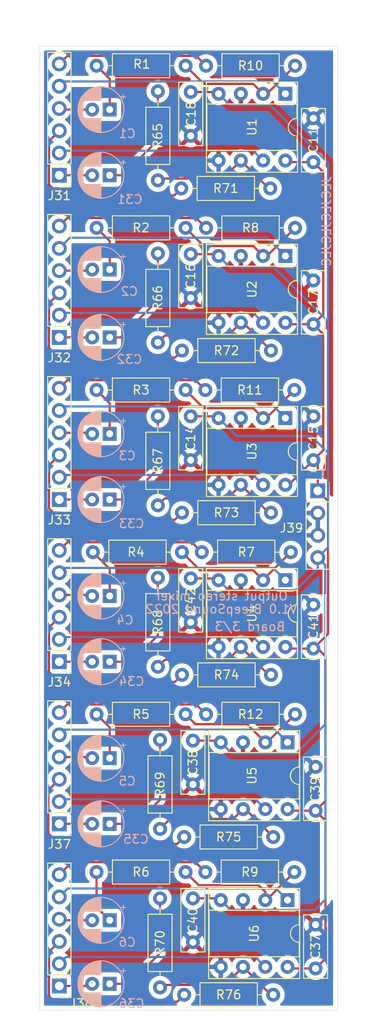
<source format=kicad_pcb>
(kicad_pcb (version 20211014) (generator pcbnew)
  (layers (0 "F.Cu" signal) (31 "B.Cu" signal) (34 "B.Paste" user) (35 "F.Paste" user) (36 "B.SilkS" user "B.Silkscreen") (37 "F.SilkS" user "F.Silkscreen") (38 "B.Mask" user) (39 "F.Mask" user) (44 "Edge.Cuts" user))
  (net 0 "")
  (net 1 "+12V")
  (net 2 "-12V")
  (net 3 "Right1_In")
  (net 4 "Net-(C31-Pad1)")
  (net 5 "Right2_In")
  (net 6 "Right3_In")
  (net 7 "Right4_In")
  (net 8 "Right5_In")
  (net 9 "Right6_In")
  (net 10 "Left1_In")
  (net 11 "Net-(C32-Pad1)")
  (net 12 "Left2_In")
  (net 13 "Net-(C33-Pad1)")
  (net 14 "Left3_In")
  (net 15 "Net-(C34-Pad1)")
  (net 16 "Left4_In")
  (net 17 "Net-(C35-Pad1)")
  (net 18 "Left5_In")
  (net 19 "Net-(C36-Pad1)")
  (net 20 "Left6_In")
  (net 21 "Left1_GOut")
  (net 22 "Right1_Out")
  (net 23 "Right1_GOut")
  (net 24 "Left2_GOut")
  (net 25 "Net-(C1-Pad1)")
  (net 26 "Right2_Out")
  (net 27 "Net-(C2-Pad1)")
  (net 28 "Net-(C3-Pad1)")
  (net 29 "Net-(C4-Pad1)")
  (net 30 "Right2_GOut")
  (net 31 "Left3_GOut")
  (net 32 "Right3_Out")
  (net 33 "Right3_GOut")
  (net 34 "Left4_GOut")
  (net 35 "Right4_Out")
  (net 36 "Net-(C5-Pad1)")
  (net 37 "Right4_GOut")
  (net 38 "Net-(C6-Pad1)")
  (net 39 "Left5_GOut")
  (net 40 "Left1_Out")
  (net 41 "Right5_Out")
  (net 42 "Left2_Out")
  (net 43 "Right5_GOut")
  (net 44 "Left3_Out")
  (net 45 "Left6_GOut")
  (net 46 "Net-(R11-Pad2)")
  (net 47 "Left4_Out")
  (net 48 "Right6_Out")
  (net 49 "Left5_Out")
  (net 50 "Right6_GOut")
  (net 51 "Left6_Out")
  (net 52 "Net-(R1-Pad1)")
  (net 53 "GND")
  (net 54 "Net-(R12-Pad2)")
  (net 55 "Net-(R2-Pad1)")
  (net 56 "Net-(R65-Pad1)")
  (net 57 "Net-(R66-Pad1)")
  (net 58 "Net-(R67-Pad1)")
  (net 59 "Net-(R68-Pad1)")
  (net 60 "Net-(R4-Pad1)")
  (net 61 "Net-(R69-Pad1)")
  (net 62 "Net-(R6-Pad1)")
  (net 63 "Net-(R70-Pad1)")
  (footprint "Capacitor_THT:C_Disc_D7.0mm_W2.5mm_P5.00mm" (layer "F.Cu") (at 121.425 86.575 90)
    (fp_text reference "C14")
    (fp_text value "100nF")
  )
  (footprint "Resistor_THT:R_Axial_DIN0207_L6.3mm_D2.5mm_P10.16mm_Horizontal" (layer "F.Cu") (at 120.835 133.575 180)
    (fp_text reference "R6")
    (fp_text value "100k")
  )
  (footprint "Resistor_THT:R_Axial_DIN0207_L6.3mm_D2.5mm_P10.16mm_Horizontal" (layer "F.Cu") (at 117.675 54.655 90)
    (fp_text reference "R65")
    (fp_text value "10k")
  )
  (footprint "Connector_PinHeader_2.54mm:PinHeader_1x06_P2.54mm_Vertical" (layer "F.Cu") (at 106.425 109.575 180)
    (fp_text reference "J34")
    (fp_text value "Conn_01x06_Male")
  )
  (footprint "Capacitor_THT:C_Disc_D7.0mm_W2.5mm_P5.00mm" (layer "F.Cu") (at 135.425 52.575 90)
    (fp_text reference "C11")
    (fp_text value "100nF")
  )
  (footprint "Resistor_THT:R_Axial_DIN0207_L6.3mm_D2.5mm_P10.16mm_Horizontal" (layer "F.Cu") (at 120.345 55.575)
    (fp_text reference "R71")
    (fp_text value "1k")
  )
  (footprint "Capacitor_THT:C_Disc_D7.0mm_W2.5mm_P5.00mm" (layer "F.Cu") (at 135.425 108.075 90)
    (fp_text reference "C41")
    (fp_text value "100nF")
  )
  (footprint "Resistor_THT:R_Axial_DIN0207_L6.3mm_D2.5mm_P10.16mm_Horizontal" (layer "F.Cu") (at 120.835 78.575 180)
    (fp_text reference "R3")
    (fp_text value "100k")
  )
  (footprint "Resistor_THT:R_Axial_DIN0207_L6.3mm_D2.5mm_P10.16mm_Horizontal" (layer "F.Cu") (at 120.425 111.075)
    (fp_text reference "R74")
    (fp_text value "1k")
  )
  (footprint "Resistor_THT:R_Axial_DIN0207_L6.3mm_D2.5mm_P10.16mm_Horizontal" (layer "F.Cu") (at 120.835 115.575 180)
    (fp_text reference "R5")
    (fp_text value "100k")
  )
  (footprint "Connector_PinHeader_2.54mm:PinHeader_1x06_P2.54mm_Vertical" (layer "F.Cu") (at 106.425 146.575 180)
    (fp_text reference "J38")
    (fp_text value "Conn_01x06_Male")
  )
  (footprint "Capacitor_THT:C_Disc_D7.0mm_W2.5mm_P5.00mm" (layer "F.Cu") (at 121.425 49.575 90)
    (fp_text reference "C18")
    (fp_text value "100nF")
  )
  (footprint "Resistor_THT:R_Axial_DIN0207_L6.3mm_D2.5mm_P10.16mm_Horizontal" (layer "F.Cu") (at 117.675 110.155 90)
    (fp_text reference "R68")
    (fp_text value "10k")
  )
  (footprint "Capacitor_THT:C_Disc_D7.0mm_W2.5mm_P5.00mm" (layer "F.Cu") (at 121.675 118.575 -90)
    (fp_text reference "C38")
    (fp_text value "100nF")
  )
  (footprint "Capacitor_THT:C_Disc_D7.0mm_W2.5mm_P5.00mm" (layer "F.Cu") (at 135.675 144.575 90)
    (fp_text reference "C37")
    (fp_text value "100nF")
  )
  (footprint "Resistor_THT:R_Axial_DIN0207_L6.3mm_D2.5mm_P10.16mm_Horizontal" (layer "F.Cu") (at 117.925 146.735 90)
    (fp_text reference "R70")
    (fp_text value "10k")
  )
  (footprint "Resistor_THT:R_Axial_DIN0207_L6.3mm_D2.5mm_P10.16mm_Horizontal" (layer "F.Cu") (at 120.425 92.575)
    (fp_text reference "R73")
    (fp_text value "1k")
  )
  (footprint "Package_DIP:DIP-8_W7.62mm_Socket" (layer "F.Cu") (at 132.225 81.775 -90)
    (fp_text reference "U3")
    (fp_text value "TL072")
  )
  (footprint "Resistor_THT:R_Axial_DIN0207_L6.3mm_D2.5mm_P10.16mm_Horizontal" (layer "F.Cu") (at 120.675 147.575)
    (fp_text reference "R76")
    (fp_text value "1k")
  )
  (footprint "Package_DIP:DIP-8_W7.62mm_Socket" (layer "F.Cu") (at 132.225 100.275 -90)
    (fp_text reference "U4")
    (fp_text value "TL072")
  )
  (footprint "Resistor_THT:R_Axial_DIN0207_L6.3mm_D2.5mm_P10.16mm_Horizontal" (layer "F.Cu") (at 120.835 41.575 180)
    (fp_text reference "R1")
    (fp_text value "10k")
  )
  (footprint "Capacitor_THT:C_Disc_D7.0mm_W2.5mm_P5.00mm" (layer "F.Cu") (at 135.425 86.575 90)
    (fp_text reference "C15")
    (fp_text value "100nF")
  )
  (footprint "Resistor_THT:R_Axial_DIN0207_L6.3mm_D2.5mm_P10.16mm_Horizontal" (layer "F.Cu") (at 123.175 115.575)
    (fp_text reference "R12")
    (fp_text value "10k")
  )
  (footprint "Resistor_THT:R_Axial_DIN0207_L6.3mm_D2.5mm_P10.16mm_Horizontal" (layer "F.Cu") (at 123.175 60.075)
    (fp_text reference "R8")
    (fp_text value "10k")
  )
  (footprint "Resistor_THT:R_Axial_DIN0207_L6.3mm_D2.5mm_P10.16mm_Horizontal" (layer "F.Cu") (at 117.675 73.155 90)
    (fp_text reference "R66")
    (fp_text value "10k")
  )
  (footprint "Connector_PinHeader_2.54mm:PinHeader_1x04_P2.54mm_Vertical" (layer "F.Cu") (at 135.925 90.075)
    (fp_text reference "J39")
    (fp_text value "Conn_01x04_Male")
  )
  (footprint "Resistor_THT:R_Axial_DIN0207_L6.3mm_D2.5mm_P10.16mm_Horizontal" (layer "F.Cu") (at 117.925 128.655 90)
    (fp_text reference "R69")
    (fp_text value "10k")
  )
  (footprint "Resistor_THT:R_Axial_DIN0207_L6.3mm_D2.5mm_P10.16mm_Horizontal" (layer "F.Cu") (at 123.095 78.575)
    (fp_text reference "R11")
    (fp_text value "10k")
  )
  (footprint "Resistor_THT:R_Axial_DIN0207_L6.3mm_D2.5mm_P10.16mm_Horizontal" (layer "F.Cu") (at 120.425 74.075)
    (fp_text reference "R72")
    (fp_text value "1k")
  )
  (footprint "Resistor_THT:R_Axial_DIN0207_L6.3mm_D2.5mm_P10.16mm_Horizontal" (layer "F.Cu") (at 123.095 133.575)
    (fp_text reference "R9")
    (fp_text value "10k")
  )
  (footprint "Resistor_THT:R_Axial_DIN0207_L6.3mm_D2.5mm_P10.16mm_Horizontal" (layer "F.Cu") (at 120.675 129.575)
    (fp_text reference "R75")
    (fp_text value "1k")
  )
  (footprint "Resistor_THT:R_Axial_DIN0207_L6.3mm_D2.5mm_P10.16mm_Horizontal" (layer "F.Cu") (at 122.685 97.075)
    (fp_text reference "R7")
    (fp_text value "10k")
  )
  (footprint "Connector_PinHeader_2.54mm:PinHeader_1x06_P2.54mm_Vertical" (layer "F.Cu") (at 106.425 72.575 180)
    (fp_text reference "J32")
    (fp_text value "Conn_01x06_Male")
  )
  (footprint "Capacitor_THT:C_Disc_D7.0mm_W2.5mm_P5.00mm" (layer "F.Cu") (at 121.425 100.075 -90)
    (fp_text reference "C42")
    (fp_text value "100nF")
  )
  (footprint "Capacitor_THT:C_Disc_D7.0mm_W2.5mm_P5.00mm" (layer "F.Cu") (at 135.425 71.075 90)
    (fp_text reference "C17")
    (fp_text value "100nF")
  )
  (footprint "Capacitor_THT:C_Disc_D7.0mm_W2.5mm_P5.00mm" (layer "F.Cu") (at 121.675 136.575 -90)
    (fp_text reference "C40")
    (fp_text value "100nF")
  )
  (footprint "Connector_PinHeader_2.54mm:PinHeader_1x06_P2.54mm_Vertical" (layer "F.Cu") (at 106.425 128.075 180)
    (fp_text reference "J37")
    (fp_text value "Conn_01x06_Male")
  )
  (footprint "Resistor_THT:R_Axial_DIN0207_L6.3mm_D2.5mm_P10.16mm_Horizontal" (layer "F.Cu") (at 120.425 97.075 180)
    (fp_text reference "R4")
    (fp_text value "100k")
  )
  (footprint "Resistor_THT:R_Axial_DIN0207_L6.3mm_D2.5mm_P10.16mm_Horizontal" (layer "F.Cu") (at 117.675 91.735 90)
    (fp_text reference "R67")
    (fp_text value "10k")
  )
  (footprint "Resistor_THT:R_Axial_DIN0207_L6.3mm_D2.5mm_P10.16mm_Horizontal" (layer "F.Cu") (at 123.175 41.575)
    (fp_text reference "R10")
    (fp_text value "1k")
  )
  (footprint "Package_DIP:DIP-8_W7.62mm_Socket" (layer "F.Cu") (at 132.225 63.275 -90)
    (fp_text reference "U2")
    (fp_text value "TL072")
  )
  (footprint "Package_DIP:DIP-8_W7.62mm_Socket" (layer "F.Cu") (at 132.475 118.775 -90)
    (fp_text reference "U5")
    (fp_text value "TL072")
  )
  (footprint "Resistor_THT:R_Axial_DIN0207_L6.3mm_D2.5mm_P10.16mm_Horizontal" (layer "F.Cu") (at 120.835 60.075 180)
    (fp_text reference "R2")
    (fp_text value "100k")
  )
  (footprint "Capacitor_THT:C_Disc_D7.0mm_W2.5mm_P5.00mm" (layer "F.Cu") (at 135.675 126.575 90)
    (fp_text reference "C39")
    (fp_text value "100nF")
  )
  (footprint "Connector_PinHeader_2.54mm:PinHeader_1x06_P2.54mm_Vertical" (layer "F.Cu") (at 106.425 91.075 180)
    (fp_text reference "J33")
    (fp_text value "Conn_01x06_Male")
  )
  (footprint "Capacitor_THT:C_Disc_D7.0mm_W2.5mm_P5.00mm" (layer "F.Cu") (at 121.425 68.075 90)
    (fp_text reference "C16")
    (fp_text value "100nF")
  )
  (footprint "Package_DIP:DIP-8_W7.62mm_Socket" (layer "F.Cu") (at 132.475 136.775 -90)
    (fp_text reference "U6")
    (fp_text value "TL072")
  )
  (footprint "Connector_PinHeader_2.54mm:PinHeader_1x06_P2.54mm_Vertical" (layer "F.Cu") (at 106.425 54.075 180)
    (fp_text reference "J31")
    (fp_text value "Conn_01x06_Male")
  )
  (footprint "Package_DIP:DIP-8_W7.62mm_Socket" (layer "F.Cu") (at 132.225 44.775 -90)
    (fp_text reference "U1")
    (fp_text value "TL072")
  )
  (footprint "Capacitor_THT:CP_Radial_D5.0mm_P2.00mm" (layer "B.Cu") (at 112.175 109.575 180)
    (fp_text reference "C34")
    (fp_text value ".1µF")
  )
  (footprint "Capacitor_THT:CP_Radial_D5.0mm_P2.00mm" (layer "B.Cu") (at 112.175 102.075 180)
    (fp_text reference "C4")
    (fp_text value ".1µF")
  )
  (footprint "Capacitor_THT:CP_Radial_D5.0mm_P2.00mm" (layer "B.Cu") (at 112.175 139.075 180)
    (fp_text reference "C6")
    (fp_text value ".1µF")
  )
  (footprint "Capacitor_THT:CP_Radial_D5.0mm_P2.00mm" (layer "B.Cu") (at 112.175 91.075 180)
    (fp_text reference "C33")
    (fp_text value ".1µF")
  )
  (footprint "Capacitor_THT:CP_Radial_D5.0mm_P2.00mm" (layer "B.Cu") (at 112.175 120.575 180)
    (fp_text reference "C5")
    (fp_text value ".1µF")
  )
  (footprint "Capacitor_THT:CP_Radial_D5.0mm_P2.00mm" (layer "B.Cu") (at 112.175 128.075 180)
    (fp_text reference "C35")
    (fp_text value ".1µF")
  )
  (footprint "Capacitor_THT:CP_Radial_D5.0mm_P2.00mm" (layer "B.Cu") (at 112.175 64.825 180)
    (fp_text reference "C2")
    (fp_text value ".1µF")
  )
  (footprint "Capacitor_THT:CP_Radial_D5.0mm_P2.00mm" (layer "B.Cu") (at 112.175 54.075 180)
    (fp_text reference "C31")
    (fp_text value ".1µF")
  )
  (footprint "Capacitor_THT:CP_Radial_D5.0mm_P2.00mm" (layer "B.Cu") (at 112.175 72.575 180)
    (fp_text reference "C32")
    (fp_text value ".1µF")
  )
  (footprint "Capacitor_THT:CP_Radial_D5.0mm_P2.00mm" (layer "B.Cu") (at 112.175 46.575 180)
    (fp_text reference "C1")
    (fp_text value ".1µF")
  )
  (footprint "Capacitor_THT:CP_Radial_D5.0mm_P2.00mm" (layer "B.Cu") (at 112.175 83.575 180)
    (fp_text reference "C3")
    (fp_text value ".1µF")
  )
  (footprint "Capacitor_THT:CP_Radial_D5.0mm_P2.00mm" (layer "B.Cu") (at 112.175 146.325 180)
    (fp_text reference "C36")
    (fp_text value ".1µF")
  )
  (gr_line (start 104.175 39.325) (end 138.175 39.325) (layer "Edge.Cuts") (width 0.05))
  (gr_line (start 138.175 149.325) (end 104.175 149.325) (layer "Edge.Cuts") (width 0.05))
  (gr_line (start 104.175 39.325) (end 104.175 149.325) (layer "Edge.Cuts") (width 0.05))
  (gr_line (start 138.175 39.325) (end 138.175 149.325) (layer "Edge.Cuts") (width 0.05))
  (gr_text "V1.0 BleepSound 2022\n" (at 124.925 103.575) (layer "B.SilkS") (effects (font (size 1 1)) (justify mirror)))
  (gr_text "JLCJLCJLCJLC\n" (at 136.925 59.325 90) (layer "B.SilkS") (effects (font (size 1 1)) (justify mirror)))
  (gr_text "Output stereo mixer" (at 124.925 102.075) (layer "B.SilkS") (effects (font (size 1 1)) (justify mirror)))
  (gr_text "Board 3/3" (at 128.175 105.575) (layer "B.SilkS") (effects (font (size 1 1)) (justify mirror)))
  (segment (start 136.549511 72.199511) (end 135.425 71.075) (width 0.25) (layer "F.Cu") (net 1))
  (segment (start 136.799511 143.450489) (end 136.799511 127.699511) (width 0.25) (layer "F.Cu") (net 1))
  (segment (start 135.425 52.575) (end 132.405 52.575) (width 0.25) (layer "F.Cu") (net 1))
  (segment (start 132.405 108.075) (end 132.225 107.895) (width 0.25) (layer "F.Cu") (net 1))
  (segment (start 135.425 86.575) (end 136.549511 85.450489) (width 0.25) (layer "F.Cu") (net 1))
  (segment (start 135.925 87.075) (end 135.425 86.575) (width 0.25) (layer "F.Cu") (net 1))
  (segment (start 135.925 108.075) (end 135.425 108.075) (width 0.25) (layer "F.Cu") (net 1))
  (segment (start 132.605 89.395) (end 132.225 89.395) (width 0.25) (layer "F.Cu") (net 1))
  (segment (start 136.799511 127.699511) (end 135.675 126.575) (width 0.25) (layer "F.Cu") (net 1))
  (segment (start 136.549511 85.450489) (end 136.549511 72.199511) (width 0.25) (layer "F.Cu") (net 1))
  (segment (start 132.405 52.575) (end 132.225 52.395) (width 0.25) (layer "F.Cu") (net 1))
  (segment (start 135.425 86.575) (end 132.605 89.395) (width 0.25) (layer "F.Cu") (net 1))
  (segment (start 136.549511 69.950489) (end 136.549511 53.699511) (width 0.25) (layer "F.Cu") (net 1))
  (segment (start 132.655 126.575) (end 132.475 126.395) (width 0.25) (layer "F.Cu") (net 1))
  (segment (start 136.799511 108.949511) (end 135.925 108.075) (width 0.25) (layer "F.Cu") (net 1))
  (segment (start 132.655 144.575) (end 132.475 144.395) (width 0.25) (layer "F.Cu") (net 1))
  (segment (start 135.675 126.575) (end 132.655 126.575) (width 0.25) (layer "F.Cu") (net 1))
  (segment (start 135.425 71.075) (end 132.405 71.075) (width 0.25) (layer "F.Cu") (net 1))
  (segment (start 135.675 144.575) (end 132.655 144.575) (width 0.25) (layer "F.Cu") (net 1))
  (segment (start 135.425 71.075) (end 136.549511 69.950489) (width 0.25) (layer "F.Cu") (net 1))
  (segment (start 135.675 126.575) (end 136.799511 125.450489) (width 0.25) (layer "F.Cu") (net 1))
  (segment (start 136.799511 125.450489) (end 136.799511 108.949511) (width 0.25) (layer "F.Cu") (net 1))
  (segment (start 135.425 108.075) (end 132.405 108.075) (width 0.25) (layer "F.Cu") (net 1))
  (segment (start 135.925 90.075) (end 135.925 87.075) (width 0.25) (layer "F.Cu") (net 1))
  (segment (start 136.549511 53.699511) (end 135.425 52.575) (width 0.25) (layer "F.Cu") (net 1))
  (segment (start 137.099511 91.249511) (end 135.925 90.075) (width 0.25) (layer "F.Cu") (net 1))
  (segment (start 132.405 71.075) (end 132.225 70.895) (width 0.25) (layer "F.Cu") (net 1))
  (segment (start 135.675 144.575) (end 136.799511 143.450489) (width 0.25) (layer "F.Cu") (net 1))
  (segment (start 135.425 108.075) (end 137.099511 106.400489) (width 0.25) (layer "F.Cu") (net 1))
  (segment (start 137.099511 106.400489) (end 137.099511 91.249511) (width 0.25) (layer "F.Cu") (net 1))
  (segment (start 121.425 63.075) (end 124.405 63.075) (width 0.25) (layer "F.Cu") (net 2))
  (segment (start 124.405 81.575) (end 124.605 81.775) (width 0.25) (layer "F.Cu") (net 2))
  (segment (start 124.655 118.575) (end 124.855 118.775) (width 0.25) (layer "F.Cu") (net 2))
  (segment (start 121.425 81.575) (end 124.405 81.575) (width 0.25) (layer "F.Cu") (net 2))
  (segment (start 121.425 44.575) (end 124.405 44.575) (width 0.25) (layer "F.Cu") (net 2))
  (segment (start 121.425 100.075) (end 124.405 100.075) (width 0.25) (layer "F.Cu") (net 2))
  (segment (start 124.405 100.075) (end 124.605 100.275) (width 0.25) (layer "F.Cu") (net 2))
  (segment (start 121.675 136.575) (end 124.655 136.575) (width 0.25) (layer "F.Cu") (net 2))
  (segment (start 121.675 118.575) (end 124.655 118.575) (width 0.25) (layer "F.Cu") (net 2))
  (segment (start 124.655 136.575) (end 124.855 136.775) (width 0.25) (layer "F.Cu") (net 2))
  (segment (start 124.405 63.075) (end 124.605 63.275) (width 0.25) (layer "F.Cu") (net 2))
  (segment (start 124.405 44.575) (end 124.605 44.775) (width 0.25) (layer "F.Cu") (net 2))
  (segment (start 135.925 97.695) (end 137.099511 96.520489) (width 0.25) (layer "B.Cu") (net 2))
  (segment (start 135.925 97.695) (end 135.925 98.897081) (width 0.25) (layer "B.Cu") (net 2))
  (segment (start 135.925 97.695) (end 136.775 98.545) (width 0.25) (layer "B.Cu") (net 2))
  (segment (start 126.155 120.075) (end 124.855 118.775) (width 0.25) (layer "B.Cu") (net 2))
  (segment (start 136.775 98.545) (end 136.775 116.724022) (width 0.25) (layer "B.Cu") (net 2))
  (segment (start 136.799511 116.748533) (end 136.799511 136.700489) (width 0.25) (layer "B.Cu") (net 2))
  (segment (start 133.424022 120.075) (end 126.155 120.075) (width 0.25) (layer "B.Cu") (net 2))
  (segment (start 135.925 98.897081) (end 133.42257 101.399511) (width 0.25) (layer "B.Cu") (net 2))
  (segment (start 137.099511 96.520489) (end 137.099511 85.749511) (width 0.25) (layer "B.Cu") (net 2))
  (segment (start 130.5153 46.075) (end 125.905 46.075) (width 0.25) (layer "B.Cu") (net 2))
  (segment (start 130.925 64.575) (end 125.905 64.575) (width 0.25) (layer "B.Cu") (net 2))
  (segment (start 125.905 46.075) (end 124.605 44.775) (width 0.25) (layer "B.Cu") (net 2))
  (segment (start 135.600489 137.899511) (end 125.979511 137.899511) (width 0.25) (layer "B.Cu") (net 2))
  (segment (start 125.905 64.575) (end 124.605 63.275) (width 0.25) (layer "B.Cu") (net 2))
  (segment (start 136.775 116.724022) (end 136.799511 116.748533) (width 0.25) (layer "B.Cu") (net 2))
  (segment (start 135.175 83.825) (end 126.655 83.825) (width 0.25) (layer "B.Cu") (net 2))
  (segment (start 137.099511 85.749511) (end 137.099511 71.249511) (width 0.25) (layer "B.Cu") (net 2))
  (segment (start 136.775 116.724022) (end 133.424022 120.075) (width 0.25) (layer "B.Cu") (net 2))
  (segment (start 125.729511 101.399511) (end 124.605 100.275) (width 0.25) (layer "B.Cu") (net 2))
  (segment (start 126.655 83.825) (end 124.605 81.775) (width 0.25) (layer "B.Cu") (net 2))
  (segment (start 125.979511 137.899511) (end 124.855 136.775) (width 0.25) (layer "B.Cu") (net 2))
  (segment (start 137.099511 71.249511) (end 137.099511 52.659211) (width 0.25) (layer "B.Cu") (net 2))
  (segment (start 137.099511 52.659211) (end 130.5153 46.075) (width 0.25) (layer "B.Cu") (net 2))
  (segment (start 137.099511 71.249511) (end 137.099511 70.749511) (width 0.25) (layer "B.Cu") (net 2))
  (segment (start 137.099511 85.749511) (end 135.175 83.825) (width 0.25) (layer "B.Cu") (net 2))
  (segment (start 137.099511 70.749511) (end 130.925 64.575) (width 0.25) (layer "B.Cu") (net 2))
  (segment (start 136.799511 136.700489) (end 135.600489 137.899511) (width 0.25) (layer "B.Cu") (net 2))
  (segment (start 133.42257 101.399511) (end 125.729511 101.399511) (width 0.25) (layer "B.Cu") (net 2))
  (segment (start 110.175 46.575) (end 106.545 46.575) (width 0.25) (layer "F.Cu") (net 3))
  (segment (start 106.545 46.575) (end 106.425 46.455) (width 0.25) (layer "F.Cu") (net 3))
  (segment (start 112.175 54.075) (end 113.675 54.075) (width 0.25) (layer "F.Cu") (net 4))
  (segment (start 113.675 54.075) (end 117.675 50.075) (width 0.25) (layer "F.Cu") (net 4))
  (segment (start 117.675 50.075) (end 117.675 44.495) (width 0.25) (layer "F.Cu") (net 4))
  (segment (start 110.045 64.955) (end 110.175 64.825) (width 0.25) (layer "F.Cu") (net 5))
  (segment (start 106.425 64.955) (end 110.045 64.955) (width 0.25) (layer "F.Cu") (net 5))
  (segment (start 106.425 83.455) (end 110.055 83.455) (width 0.25) (layer "F.Cu") (net 6))
  (segment (start 110.055 83.455) (end 110.175 83.575) (width 0.25) (layer "F.Cu") (net 6))
  (segment (start 110.055 101.955) (end 110.175 102.075) (width 0.25) (layer "F.Cu") (net 7))
  (segment (start 106.425 101.955) (end 110.055 101.955) (width 0.25) (layer "F.Cu") (net 7))
  (segment (start 110.055 120.455) (end 110.175 120.575) (width 0.25) (layer "F.Cu") (net 8))
  (segment (start 106.425 120.455) (end 110.055 120.455) (width 0.25) (layer "F.Cu") (net 8))
  (segment (start 110.175 139.075) (end 106.545 139.075) (width 0.25) (layer "F.Cu") (net 9))
  (segment (start 106.545 139.075) (end 106.425 138.955) (width 0.25) (layer "F.Cu") (net 9))
  (segment (start 106.425 54.075) (end 110.175 54.075) (width 0.25) (layer "F.Cu") (net 10))
  (segment (start 117.675 68.325) (end 117.675 62.995) (width 0.25) (layer "F.Cu") (net 11))
  (segment (start 112.175 72.575) (end 113.425 72.575) (width 0.25) (layer "F.Cu") (net 11))
  (segment (start 113.425 72.575) (end 117.675 68.325) (width 0.25) (layer "F.Cu") (net 11))
  (segment (start 106.425 72.575) (end 110.175 72.575) (width 0.25) (layer "F.Cu") (net 12))
  (segment (start 112.175 91.075) (end 114.175 91.075) (width 0.25) (layer "F.Cu") (net 13))
  (segment (start 117.675 87.575) (end 117.675 81.575) (width 0.25) (layer "F.Cu") (net 13))
  (segment (start 114.175 91.075) (end 117.675 87.575) (width 0.25) (layer "F.Cu") (net 13))
  (segment (start 106.425 91.075) (end 110.175 91.075) (width 0.25) (layer "F.Cu") (net 14))
  (segment (start 117.675 106.575) (end 117.675 99.995) (width 0.25) (layer "F.Cu") (net 15))
  (segment (start 112.175 109.575) (end 114.675 109.575) (width 0.25) (layer "F.Cu") (net 15))
  (segment (start 114.675 109.575) (end 117.675 106.575) (width 0.25) (layer "F.Cu") (net 15))
  (segment (start 106.425 109.575) (end 110.175 109.575) (width 0.25) (layer "F.Cu") (net 16))
  (segment (start 115.175 128.075) (end 117.925 125.325) (width 0.25) (layer "F.Cu") (net 17))
  (segment (start 112.175 128.075) (end 115.175 128.075) (width 0.25) (layer "F.Cu") (net 17))
  (segment (start 117.925 125.325) (end 117.925 118.495) (width 0.25) (layer "F.Cu") (net 17))
  (segment (start 106.425 128.075) (end 110.175 128.075) (width 0.25) (layer "F.Cu") (net 18))
  (segment (start 114.425 146.325) (end 117.925 142.825) (width 0.25) (layer "F.Cu") (net 19))
  (segment (start 112.175 146.325) (end 114.425 146.325) (width 0.25) (layer "F.Cu") (net 19))
  (segment (start 117.925 142.825) (end 117.925 136.575) (width 0.25) (layer "F.Cu") (net 19))
  (segment (start 109.925 146.575) (end 110.175 146.325) (width 0.25) (layer "F.Cu") (net 20))
  (segment (start 106.425 146.575) (end 109.925 146.575) (width 0.25) (layer "F.Cu") (net 20))
  (segment (start 120.345 55.575) (end 119.545001 56.374999) (width 0.25) (layer "F.Cu") (net 21))
  (segment (start 105.250489 50.169511) (end 106.425 48.995) (width 0.25) (layer "F.Cu") (net 21))
  (segment (start 119.545001 56.374999) (end 106.474999 56.374999) (width 0.25) (layer "F.Cu") (net 21))
  (segment (start 105.250489 55.150489) (end 105.250489 50.169511) (width 0.25) (layer "F.Cu") (net 21))
  (segment (start 106.474999 56.374999) (end 105.250489 55.150489) (width 0.25) (layer "F.Cu") (net 21))
  (segment (start 132.225 44.775) (end 130.820489 43.370489) (width 0.25) (layer "B.Cu") (net 22))
  (segment (start 106.969511 43.370489) (end 106.425 43.915) (width 0.25) (layer "B.Cu") (net 22))
  (segment (start 130.820489 43.370489) (end 106.969511 43.370489) (width 0.25) (layer "B.Cu") (net 22))
  (segment (start 107.349511 40.450489) (end 106.425 41.375) (width 0.25) (layer "F.Cu") (net 23))
  (segment (start 123.175 41.575) (end 122.050489 40.450489) (width 0.25) (layer "F.Cu") (net 23))
  (segment (start 122.050489 40.450489) (end 107.349511 40.450489) (width 0.25) (layer "F.Cu") (net 23))
  (segment (start 119.625001 74.874999) (end 106.350019 74.874999) (width 0.25) (layer "F.Cu") (net 24))
  (segment (start 105.250489 73.775469) (end 105.250489 68.669511) (width 0.25) (layer "F.Cu") (net 24))
  (segment (start 105.250489 68.669511) (end 106.425 67.495) (width 0.25) (layer "F.Cu") (net 24))
  (segment (start 120.425 74.075) (end 119.625001 74.874999) (width 0.25) (layer "F.Cu") (net 24))
  (segment (start 106.350019 74.874999) (end 105.250489 73.775469) (width 0.25) (layer "F.Cu") (net 24))
  (segment (start 112.175 46.575) (end 112.175 43.075) (width 0.25) (layer "F.Cu") (net 25))
  (segment (start 112.175 43.075) (end 110.675 41.575) (width 0.25) (layer "F.Cu") (net 25))
  (segment (start 130.149511 61.199511) (end 107.640489 61.199511) (width 0.25) (layer "B.Cu") (net 26))
  (segment (start 107.640489 61.199511) (end 106.425 62.415) (width 0.25) (layer "B.Cu") (net 26))
  (segment (start 132.225 63.275) (end 130.149511 61.199511) (width 0.25) (layer "B.Cu") (net 26))
  (segment (start 112.175 61.575) (end 110.675 60.075) (width 0.25) (layer "F.Cu") (net 27))
  (segment (start 112.175 64.825) (end 112.175 61.575) (width 0.25) (layer "F.Cu") (net 27))
  (segment (start 112.175 83.575) (end 112.175 80.075) (width 0.25) (layer "F.Cu") (net 28))
  (segment (start 112.175 80.075) (end 110.675 78.575) (width 0.25) (layer "F.Cu") (net 28))
  (segment (start 112.175 98.985) (end 110.265 97.075) (width 0.25) (layer "F.Cu") (net 29))
  (segment (start 112.175 102.075) (end 112.175 98.985) (width 0.25) (layer "F.Cu") (net 29))
  (segment (start 122.050489 58.950489) (end 107.349511 58.950489) (width 0.25) (layer "F.Cu") (net 30))
  (segment (start 107.349511 58.950489) (end 106.425 59.875) (width 0.25) (layer "F.Cu") (net 30))
  (segment (start 123.175 60.075) (end 122.050489 58.950489) (width 0.25) (layer "F.Cu") (net 30))
  (segment (start 105.250489 87.169511) (end 106.425 85.995) (width 0.25) (layer "F.Cu") (net 31))
  (segment (start 105.250489 92.075) (end 105.250489 87.169511) (width 0.25) (layer "F.Cu") (net 31))
  (segment (start 120.425 92.575) (end 119.625001 93.374999) (width 0.25) (layer "F.Cu") (net 31))
  (segment (start 106.550488 93.374999) (end 105.250489 92.075) (width 0.25) (layer "F.Cu") (net 31))
  (segment (start 119.625001 93.374999) (end 106.550488 93.374999) (width 0.25) (layer "F.Cu") (net 31))
  (segment (start 132.225 81.775) (end 130.900489 80.450489) (width 0.25) (layer "B.Cu") (net 32))
  (segment (start 130.900489 80.450489) (end 106.889511 80.450489) (width 0.25) (layer "B.Cu") (net 32))
  (segment (start 106.889511 80.450489) (end 106.425 80.915) (width 0.25) (layer "B.Cu") (net 32))
  (segment (start 123.095 78.575) (end 121.970489 77.450489) (width 0.25) (layer "F.Cu") (net 33))
  (segment (start 121.970489 77.450489) (end 107.349511 77.450489) (width 0.25) (layer "F.Cu") (net 33))
  (segment (start 107.349511 77.450489) (end 106.425 78.375) (width 0.25) (layer "F.Cu") (net 33))
  (segment (start 105.250489 110.749511) (end 105.250489 105.669511) (width 0.25) (layer "F.Cu") (net 34))
  (segment (start 120.425 111.075) (end 119.625001 111.874999) (width 0.25) (layer "F.Cu") (net 34))
  (segment (start 119.625001 111.874999) (end 106.375977 111.874999) (width 0.25) (layer "F.Cu") (net 34))
  (segment (start 106.375977 111.874999) (end 105.250489 110.749511) (width 0.25) (layer "F.Cu") (net 34))
  (segment (start 105.250489 105.669511) (end 106.425 104.495) (width 0.25) (layer "F.Cu") (net 34))
  (segment (start 132.225 100.275) (end 130.820489 98.870489) (width 0.25) (layer "B.Cu") (net 35))
  (segment (start 130.820489 98.870489) (end 106.969511 98.870489) (width 0.25) (layer "B.Cu") (net 35))
  (segment (start 106.969511 98.870489) (end 106.425 99.415) (width 0.25) (layer "B.Cu") (net 35))
  (segment (start 112.175 120.575) (end 112.175 117.075) (width 0.25) (layer "F.Cu") (net 36))
  (segment (start 112.175 117.075) (end 110.675 115.575) (width 0.25) (layer "F.Cu") (net 36))
  (segment (start 122.685 97.075) (end 121.560489 95.950489) (width 0.25) (layer "F.Cu") (net 37))
  (segment (start 107.349511 95.950489) (end 106.425 96.875) (width 0.25) (layer "F.Cu") (net 37))
  (segment (start 121.560489 95.950489) (end 107.349511 95.950489) (width 0.25) (layer "F.Cu") (net 37))
  (segment (start 110.675 133.575) (end 110.675 137.575) (width 0.25) (layer "F.Cu") (net 38))
  (segment (start 110.675 137.575) (end 112.175 139.075) (width 0.25) (layer "F.Cu") (net 38))
  (segment (start 106.375977 130.374999) (end 105.175 129.174022) (width 0.25) (layer "F.Cu") (net 39))
  (segment (start 119.875001 130.374999) (end 106.375977 130.374999) (width 0.25) (layer "F.Cu") (net 39))
  (segment (start 105.175 124.245) (end 106.425 122.995) (width 0.25) (layer "F.Cu") (net 39))
  (segment (start 105.175 129.174022) (end 105.175 124.245) (width 0.25) (layer "F.Cu") (net 39))
  (segment (start 120.675 129.575) (end 119.875001 130.374999) (width 0.25) (layer "F.Cu") (net 39))
  (segment (start 106.689511 51.270489) (end 128.560489 51.270489) (width 0.25) (layer "B.Cu") (net 40))
  (segment (start 106.425 51.535) (end 106.689511 51.270489) (width 0.25) (layer "B.Cu") (net 40))
  (segment (start 128.560489 51.270489) (end 129.685 52.395) (width 0.25) (layer "B.Cu") (net 40))
  (segment (start 132.475 118.775) (end 131.025 117.325) (width 0.25) (layer "B.Cu") (net 41))
  (segment (start 131.025 117.325) (end 107.015 117.325) (width 0.25) (layer "B.Cu") (net 41))
  (segment (start 107.015 117.325) (end 106.425 117.915) (width 0.25) (layer "B.Cu") (net 41))
  (segment (start 106.689511 69.770489) (end 106.425 70.035) (width 0.25) (layer "B.Cu") (net 42))
  (segment (start 128.560489 69.770489) (end 106.689511 69.770489) (width 0.25) (layer "B.Cu") (net 42))
  (segment (start 129.685 70.895) (end 128.560489 69.770489) (width 0.25) (layer "B.Cu") (net 42))
  (segment (start 123.175 115.575) (end 122.050489 114.450489) (width 0.25) (layer "F.Cu") (net 43))
  (segment (start 122.050489 114.450489) (end 107.349511 114.450489) (width 0.25) (layer "F.Cu") (net 43))
  (segment (start 107.349511 114.450489) (end 106.425 115.375) (width 0.25) (layer "F.Cu") (net 43))
  (segment (start 129.685 89.395) (end 128.560489 88.270489) (width 0.25) (layer "B.Cu") (net 44))
  (segment (start 106.689511 88.270489) (end 106.425 88.535) (width 0.25) (layer "B.Cu") (net 44))
  (segment (start 128.560489 88.270489) (end 106.689511 88.270489) (width 0.25) (layer "B.Cu") (net 44))
  (segment (start 105.250489 147.749511) (end 105.250489 142.669511) (width 0.25) (layer "F.Cu") (net 45))
  (segment (start 105.875977 148.374999) (end 105.250489 147.749511) (width 0.25) (layer "F.Cu") (net 45))
  (segment (start 120.675 147.575) (end 119.875001 148.374999) (width 0.25) (layer "F.Cu") (net 45))
  (segment (start 105.250489 142.669511) (end 106.425 141.495) (width 0.25) (layer "F.Cu") (net 45))
  (segment (start 119.875001 148.374999) (end 105.875977 148.374999) (width 0.25) (layer "F.Cu") (net 45))
  (segment (start 133.255 78.575) (end 130.055 81.775) (width 0.25) (layer "F.Cu") (net 46))
  (segment (start 128.560489 80.650489) (end 129.685 81.775) (width 0.25) (layer "F.Cu") (net 46))
  (segment (start 120.835 78.575) (end 122.910489 80.650489) (width 0.25) (layer "F.Cu") (net 46))
  (segment (start 122.910489 80.650489) (end 128.560489 80.650489) (width 0.25) (layer "F.Cu") (net 46))
  (segment (start 130.055 81.775) (end 129.685 81.775) (width 0.25) (layer "F.Cu") (net 46))
  (segment (start 128.560489 106.770489) (end 106.689511 106.770489) (width 0.25) (layer "B.Cu") (net 47))
  (segment (start 129.685 107.895) (end 128.560489 106.770489) (width 0.25) (layer "B.Cu") (net 47))
  (segment (start 106.689511 106.770489) (end 106.425 107.035) (width 0.25) (layer "B.Cu") (net 47))
  (segment (start 131.150489 135.450489) (end 107.389511 135.450489) (width 0.25) (layer "B.Cu") (net 48))
  (segment (start 132.475 136.775) (end 131.150489 135.450489) (width 0.25) (layer "B.Cu") (net 48))
  (segment (start 107.389511 135.450489) (end 106.425 136.415) (width 0.25) (layer "B.Cu") (net 48))
  (segment (start 129.935 126.395) (end 128.810489 125.270489) (width 0.25) (layer "B.Cu") (net 49))
  (segment (start 128.810489 125.270489) (end 106.689511 125.270489) (width 0.25) (layer "B.Cu") (net 49))
  (segment (start 106.689511 125.270489) (end 106.425 125.535) (width 0.25) (layer "B.Cu") (net 49))
  (segment (start 121.970489 132.450489) (end 123.095 133.575) (width 0.25) (layer "F.Cu") (net 50))
  (segment (start 107.849511 132.450489) (end 121.970489 132.450489) (width 0.25) (layer "F.Cu") (net 50))
  (segment (start 106.425 133.875) (end 107.849511 132.450489) (width 0.25) (layer "F.Cu") (net 50))
  (segment (start 128.810489 143.270489) (end 107.189511 143.270489) (width 0.25) (layer "B.Cu") (net 51))
  (segment (start 129.935 144.395) (end 128.810489 143.270489) (width 0.25) (layer "B.Cu") (net 51))
  (segment (start 107.189511 143.270489) (end 106.425 144.035) (width 0.25) (layer "B.Cu") (net 51))
  (segment (start 128.560489 43.650489) (end 129.685 44.775) (width 0.25) (layer "F.Cu") (net 52))
  (segment (start 133.335 41.575) (end 130.135 44.775) (width 0.25) (layer "F.Cu") (net 52))
  (segment (start 122.910489 43.650489) (end 128.560489 43.650489) (width 0.25) (layer "F.Cu") (net 52))
  (segment (start 130.135 44.775) (end 129.685 44.775) (width 0.25) (layer "F.Cu") (net 52))
  (segment (start 120.835 41.575) (end 122.910489 43.650489) (width 0.25) (layer "F.Cu") (net 52))
  (segment (start 120.835 115.575) (end 121.959511 116.699511) (width 0.25) (layer "F.Cu") (net 54))
  (segment (start 121.959511 116.699511) (end 127.859511 116.699511) (width 0.25) (layer "F.Cu") (net 54))
  (segment (start 133.335 115.575) (end 130.135 118.775) (width 0.25) (layer "F.Cu") (net 54))
  (segment (start 130.135 118.775) (end 129.935 118.775) (width 0.25) (layer "F.Cu") (net 54))
  (segment (start 127.859511 116.699511) (end 129.935 118.775) (width 0.25) (layer "F.Cu") (net 54))
  (segment (start 128.560489 62.150489) (end 129.685 63.275) (width 0.25) (layer "F.Cu") (net 55))
  (segment (start 133.335 60.075) (end 130.135 63.275) (width 0.25) (layer "F.Cu") (net 55))
  (segment (start 130.135 63.275) (end 129.685 63.275) (width 0.25) (layer "F.Cu") (net 55))
  (segment (start 120.835 60.075) (end 122.910489 62.150489) (width 0.25) (layer "F.Cu") (net 55))
  (segment (start 122.910489 62.150489) (end 128.560489 62.150489) (width 0.25) (layer "F.Cu") (net 55))
  (segment (start 127.145 52.395) (end 125.089511 54.450489) (width 0.25) (layer "F.Cu") (net 56))
  (segment (start 130.325 55.575) (end 130.505 55.575) (width 0.25) (layer "F.Cu") (net 56))
  (segment (start 117.879511 54.450489) (end 117.675 54.655) (width 0.25) (layer "F.Cu") (net 56))
  (segment (start 125.089511 54.450489) (end 117.879511 54.450489) (width 0.25) (layer "F.Cu") (net 56))
  (segment (start 127.145 52.395) (end 130.325 55.575) (width 0.25) (layer "F.Cu") (net 56))
  (segment (start 130.585 74.075) (end 127.405 70.895) (width 0.25) (layer "F.Cu") (net 57))
  (segment (start 118.474999 72.355001) (end 125.684999 72.355001) (width 0.25) (layer "F.Cu") (net 57))
  (segment (start 117.675 73.155) (end 118.474999 72.355001) (width 0.25) (layer "F.Cu") (net 57))
  (segment (start 125.684999 72.355001) (end 127.145 70.895) (width 0.25) (layer "F.Cu") (net 57))
  (segment (start 127.405 70.895) (end 127.145 70.895) (width 0.25) (layer "F.Cu") (net 57))
  (segment (start 127.145 89.395) (end 130.325 92.575) (width 0.25) (layer "F.Cu") (net 58))
  (segment (start 118.474999 90.935001) (end 125.604999 90.935001) (width 0.25) (layer "F.Cu") (net 58))
  (segment (start 117.675 91.735) (end 118.474999 90.935001) (width 0.25) (layer "F.Cu") (net 58))
  (segment (start 130.325 92.575) (end 130.585 92.575) (width 0.25) (layer "F.Cu") (net 58))
  (segment (start 125.604999 90.935001) (end 127.145 89.395) (width 0.25) (layer "F.Cu") (net 58))
  (segment (start 125.684999 109.355001) (end 127.145 107.895) (width 0.25) (layer "F.Cu") (net 59))
  (segment (start 118.474999 109.355001) (end 125.684999 109.355001) (width 0.25) (layer "F.Cu") (net 59))
  (segment (start 117.675 110.155) (end 118.474999 109.355001) (width 0.25) (layer "F.Cu") (net 59))
  (segment (start 130.325 111.075) (end 130.585 111.075) (width 0.25) (layer "F.Cu") (net 59))
  (segment (start 127.145 107.895) (end 130.325 111.075) (width 0.25) (layer "F.Cu") (net 59))
  (segment (start 132.845 97.075) (end 129.685 100.235) (width 0.25) (layer "F.Cu") (net 60))
  (segment (start 120.425 97.075) (end 122.500489 99.150489) (width 0.25) (layer "F.Cu") (net 60))
  (segment (start 129.685 100.235) (end 129.685 100.275) (width 0.25) (layer "F.Cu") (net 60))
  (segment (start 128.560489 99.150489) (end 129.685 100.275) (width 0.25) (layer "F.Cu") (net 60))
  (segment (start 122.500489 99.150489) (end 128.560489 99.150489) (width 0.25) (layer "F.Cu") (net 60))
  (segment (start 117.925 128.655) (end 119.060489 127.519511) (width 0.25) (layer "F.Cu") (net 61))
  (segment (start 126.270489 127.519511) (end 127.395 126.395) (width 0.25) (layer "F.Cu") (net 61))
  (segment (start 130.835 129.575) (end 127.655 126.395) (width 0.25) (layer "F.Cu") (net 61))
  (segment (start 127.655 126.395) (end 127.395 126.395) (width 0.25) (layer "F.Cu") (net 61))
  (segment (start 119.060489 127.519511) (end 126.270489 127.519511) (width 0.25) (layer "F.Cu") (net 61))
  (segment (start 122.335 135.075) (end 129.175 135.075) (width 0.25) (layer "F.Cu") (net 62))
  (segment (start 129.175 135.075) (end 129.935 135.835) (width 0.25) (layer "F.Cu") (net 62))
  (segment (start 133.255 133.575) (end 130.055 136.775) (width 0.25) (layer "F.Cu") (net 62))
  (segment (start 130.055 136.775) (end 129.935 136.775) (width 0.25) (layer "F.Cu") (net 62))
  (segment (start 129.935 135.835) (end 129.935 136.775) (width 0.25) (layer "F.Cu") (net 62))
  (segment (start 120.835 133.575) (end 122.335 135.075) (width 0.25) (layer "F.Cu") (net 62))
  (segment (start 127.395 144.395) (end 125.339511 146.450489) (width 0.25) (layer "F.Cu") (net 63))
  (segment (start 127.395 144.395) (end 130.575 147.575) (width 0.25) (layer "F.Cu") (net 63))
  (segment (start 125.339511 146.450489) (end 118.209511 146.450489) (width 0.25) (layer "F.Cu") (net 63))
  (segment (start 130.575 147.575) (end 130.835 147.575) (width 0.25) (layer "F.Cu") (net 63))
  (segment (start 118.209511 146.450489) (end 117.925 146.735) (width 0.25) (layer "F.Cu") (net 63))
  (zone (net 53) (net_name "GND") (layers F&B.Cu) (connect_pads (clearance 0.508)) (min_thickness 0.254) (fill yes (thermal_gap 0.508) (thermal_bridge_width 0.508))
    (polygon (pts (xy 138.175 149.325) (xy 104.175 149.325) (xy 104.175 39.325) (xy 138.175 39.325)))
  )
)
</source>
